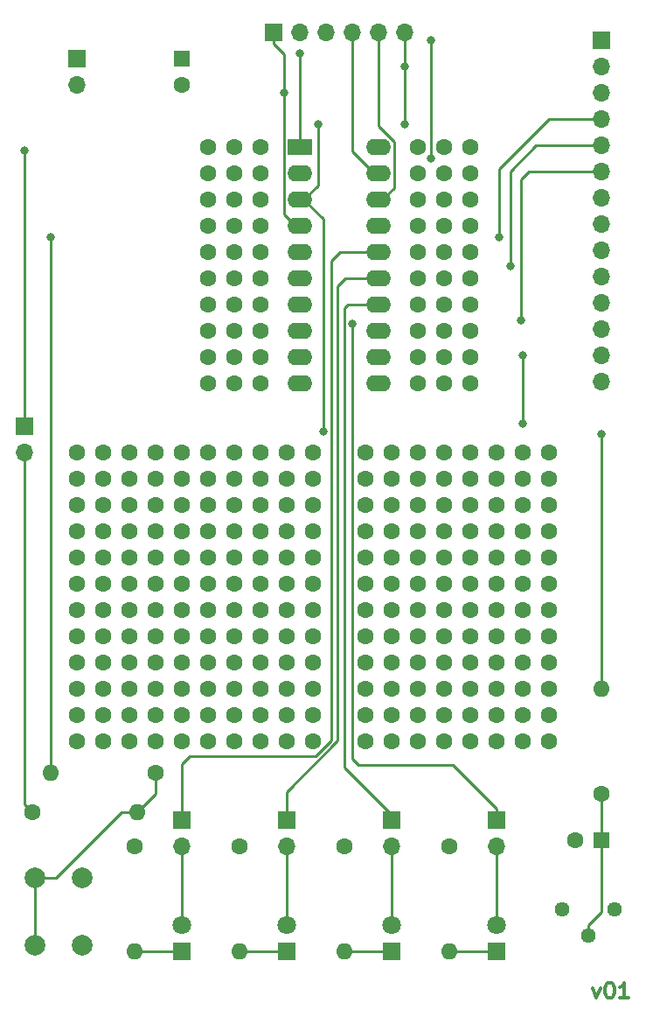
<source format=gbr>
G04 #@! TF.GenerationSoftware,KiCad,Pcbnew,(5.1.4)-1*
G04 #@! TF.CreationDate,2020-05-29T20:32:19+02:00*
G04 #@! TF.ProjectId,MicroChip PICKit 3 Demo Board,4d696372-6f43-4686-9970-205049434b69,v01*
G04 #@! TF.SameCoordinates,Original*
G04 #@! TF.FileFunction,Copper,L1,Top*
G04 #@! TF.FilePolarity,Positive*
%FSLAX46Y46*%
G04 Gerber Fmt 4.6, Leading zero omitted, Abs format (unit mm)*
G04 Created by KiCad (PCBNEW (5.1.4)-1) date 2020-05-29 20:32:19*
%MOMM*%
%LPD*%
G04 APERTURE LIST*
%ADD10C,0.300000*%
%ADD11O,1.600000X1.600000*%
%ADD12C,1.600000*%
%ADD13C,1.800000*%
%ADD14R,1.800000X1.800000*%
%ADD15R,1.600000X1.600000*%
%ADD16R,1.700000X1.700000*%
%ADD17O,1.700000X1.700000*%
%ADD18C,1.440000*%
%ADD19C,2.000000*%
%ADD20R,2.400000X1.600000*%
%ADD21O,2.400000X1.600000*%
%ADD22C,0.800000*%
%ADD23C,0.250000*%
G04 APERTURE END LIST*
D10*
X151594285Y-133028571D02*
X151951428Y-134028571D01*
X152308571Y-133028571D01*
X153165714Y-132528571D02*
X153308571Y-132528571D01*
X153451428Y-132600000D01*
X153522857Y-132671428D01*
X153594285Y-132814285D01*
X153665714Y-133100000D01*
X153665714Y-133457142D01*
X153594285Y-133742857D01*
X153522857Y-133885714D01*
X153451428Y-133957142D01*
X153308571Y-134028571D01*
X153165714Y-134028571D01*
X153022857Y-133957142D01*
X152951428Y-133885714D01*
X152880000Y-133742857D01*
X152808571Y-133457142D01*
X152808571Y-133100000D01*
X152880000Y-132814285D01*
X152951428Y-132671428D01*
X153022857Y-132600000D01*
X153165714Y-132528571D01*
X155094285Y-134028571D02*
X154237142Y-134028571D01*
X154665714Y-134028571D02*
X154665714Y-132528571D01*
X154522857Y-132742857D01*
X154380000Y-132885714D01*
X154237142Y-132957142D01*
D11*
X107188000Y-129540000D03*
D12*
X107188000Y-119380000D03*
D11*
X107442000Y-116078000D03*
D12*
X97282000Y-116078000D03*
D11*
X99060000Y-112268000D03*
D12*
X109220000Y-112268000D03*
D11*
X117348000Y-129540000D03*
D12*
X117348000Y-119380000D03*
D11*
X127508000Y-129540000D03*
D12*
X127508000Y-119380000D03*
D11*
X137668000Y-129540000D03*
D12*
X137668000Y-119380000D03*
D11*
X152400000Y-104140000D03*
D12*
X152400000Y-114300000D03*
D13*
X111760000Y-127000000D03*
D14*
X111760000Y-129540000D03*
D13*
X121920000Y-127000000D03*
D14*
X121920000Y-129540000D03*
D13*
X132080000Y-127000000D03*
D14*
X132080000Y-129540000D03*
D13*
X142240000Y-127000000D03*
D14*
X142240000Y-129540000D03*
D12*
X111760000Y-45680000D03*
D15*
X111760000Y-43180000D03*
D12*
X149900000Y-118745000D03*
D15*
X152400000Y-118745000D03*
D16*
X152400000Y-41402000D03*
D17*
X152400000Y-43942000D03*
X152400000Y-46482000D03*
X152400000Y-49022000D03*
X152400000Y-51562000D03*
X152400000Y-54102000D03*
X152400000Y-56642000D03*
X152400000Y-59182000D03*
X152400000Y-61722000D03*
X152400000Y-64262000D03*
X152400000Y-66802000D03*
X152400000Y-69342000D03*
X152400000Y-71882000D03*
X152400000Y-74422000D03*
D16*
X101600000Y-43180000D03*
D17*
X101600000Y-45720000D03*
X111760000Y-119380000D03*
D16*
X111760000Y-116840000D03*
X121920000Y-116840000D03*
D17*
X121920000Y-119380000D03*
X132080000Y-119380000D03*
D16*
X132080000Y-116840000D03*
X142240000Y-116840000D03*
D17*
X142240000Y-119380000D03*
X96520000Y-81280000D03*
D16*
X96520000Y-78740000D03*
X120650000Y-40640000D03*
D17*
X123190000Y-40640000D03*
X125730000Y-40640000D03*
X128270000Y-40640000D03*
X130810000Y-40640000D03*
X133350000Y-40640000D03*
D18*
X148590000Y-125476000D03*
X151130000Y-128016000D03*
X153670000Y-125476000D03*
D19*
X97608000Y-122428000D03*
X102108000Y-122428000D03*
X97608000Y-128928000D03*
X102108000Y-128928000D03*
D20*
X123190000Y-51689000D03*
D21*
X130810000Y-74549000D03*
X123190000Y-54229000D03*
X130810000Y-72009000D03*
X123190000Y-56769000D03*
X130810000Y-69469000D03*
X123190000Y-59309000D03*
X130810000Y-66929000D03*
X123190000Y-61849000D03*
X130810000Y-64389000D03*
X123190000Y-64389000D03*
X130810000Y-61849000D03*
X123190000Y-66929000D03*
X130810000Y-59309000D03*
X123190000Y-69469000D03*
X130810000Y-56769000D03*
X123190000Y-72009000D03*
X130810000Y-54229000D03*
X123190000Y-74549000D03*
X130810000Y-51689000D03*
D12*
X106680000Y-83820000D03*
X109220000Y-83820000D03*
X111760000Y-83820000D03*
X114300000Y-83820000D03*
X116840000Y-83820000D03*
X119380000Y-83820000D03*
X121920000Y-83820000D03*
X124460000Y-83820000D03*
X106680000Y-86360000D03*
X109220000Y-86360000D03*
X111760000Y-86360000D03*
X114300000Y-86360000D03*
X116840000Y-86360000D03*
X119380000Y-86360000D03*
X121920000Y-86360000D03*
X124460000Y-86360000D03*
X106680000Y-88900000D03*
X109220000Y-88900000D03*
X111760000Y-88900000D03*
X114300000Y-88900000D03*
X116840000Y-88900000D03*
X119380000Y-88900000D03*
X121920000Y-88900000D03*
X124460000Y-88900000D03*
X106680000Y-91440000D03*
X109220000Y-91440000D03*
X111760000Y-91440000D03*
X114300000Y-91440000D03*
X116840000Y-91440000D03*
X119380000Y-91440000D03*
X121920000Y-91440000D03*
X124460000Y-91440000D03*
X106680000Y-93980000D03*
X109220000Y-93980000D03*
X111760000Y-93980000D03*
X114300000Y-93980000D03*
X116840000Y-93980000D03*
X119380000Y-93980000D03*
X121920000Y-93980000D03*
X124460000Y-93980000D03*
X106680000Y-96520000D03*
X109220000Y-96520000D03*
X111760000Y-96520000D03*
X114300000Y-96520000D03*
X116840000Y-96520000D03*
X119380000Y-96520000D03*
X121920000Y-96520000D03*
X124460000Y-96520000D03*
X106680000Y-99060000D03*
X109220000Y-99060000D03*
X111760000Y-99060000D03*
X114300000Y-99060000D03*
X116840000Y-99060000D03*
X119380000Y-99060000D03*
X121920000Y-99060000D03*
X124460000Y-99060000D03*
X106680000Y-101600000D03*
X109220000Y-101600000D03*
X111760000Y-101600000D03*
X114300000Y-101600000D03*
X116840000Y-101600000D03*
X119380000Y-101600000D03*
X121920000Y-101600000D03*
X124460000Y-101600000D03*
X106680000Y-104140000D03*
X109220000Y-104140000D03*
X111760000Y-104140000D03*
X114300000Y-104140000D03*
X116840000Y-104140000D03*
X119380000Y-104140000D03*
X121920000Y-104140000D03*
X124460000Y-104140000D03*
X106680000Y-106680000D03*
X109220000Y-106680000D03*
X111760000Y-106680000D03*
X114300000Y-106680000D03*
X116840000Y-106680000D03*
X119380000Y-106680000D03*
X121920000Y-106680000D03*
X124460000Y-106680000D03*
X106680000Y-109220000D03*
X109220000Y-109220000D03*
X111760000Y-109220000D03*
X114300000Y-109220000D03*
X116840000Y-109220000D03*
X119380000Y-109220000D03*
X121920000Y-109220000D03*
X124460000Y-109220000D03*
X137160000Y-109220000D03*
X134620000Y-106680000D03*
X137160000Y-104140000D03*
X132080000Y-109220000D03*
X144780000Y-106680000D03*
X134620000Y-109220000D03*
X137160000Y-106680000D03*
X144780000Y-109220000D03*
X144780000Y-104140000D03*
X129540000Y-106680000D03*
X139700000Y-109220000D03*
X147320000Y-109220000D03*
X147320000Y-106680000D03*
X139700000Y-104140000D03*
X142240000Y-109220000D03*
X129540000Y-109220000D03*
X132080000Y-106680000D03*
X142240000Y-106680000D03*
X139700000Y-106680000D03*
X147320000Y-104140000D03*
X142240000Y-104140000D03*
X132080000Y-86360000D03*
X147320000Y-86360000D03*
X129540000Y-83820000D03*
X142240000Y-88900000D03*
X144780000Y-88900000D03*
X134620000Y-83820000D03*
X139700000Y-83820000D03*
X132080000Y-91440000D03*
X139700000Y-86360000D03*
X129540000Y-88900000D03*
X139700000Y-91440000D03*
X144780000Y-91440000D03*
X147320000Y-83820000D03*
X147320000Y-91440000D03*
X134620000Y-86360000D03*
X129540000Y-93980000D03*
X132080000Y-93980000D03*
X142240000Y-86360000D03*
X134620000Y-93980000D03*
X137160000Y-93980000D03*
X142240000Y-93980000D03*
X144780000Y-93980000D03*
X144780000Y-86360000D03*
X147320000Y-93980000D03*
X137160000Y-86360000D03*
X139700000Y-88900000D03*
X129540000Y-91440000D03*
X137160000Y-91440000D03*
X129540000Y-96520000D03*
X132080000Y-96520000D03*
X134620000Y-96520000D03*
X142240000Y-83820000D03*
X144780000Y-83820000D03*
X134620000Y-91440000D03*
X142240000Y-91440000D03*
X139700000Y-93980000D03*
X134620000Y-88900000D03*
X132080000Y-88900000D03*
X137160000Y-88900000D03*
X147320000Y-88900000D03*
X132080000Y-83820000D03*
X137160000Y-83820000D03*
X129540000Y-86360000D03*
X144780000Y-99060000D03*
X129540000Y-101600000D03*
X132080000Y-101600000D03*
X142240000Y-101600000D03*
X147320000Y-99060000D03*
X144780000Y-101600000D03*
X147320000Y-101600000D03*
X132080000Y-104140000D03*
X137160000Y-101600000D03*
X142240000Y-96520000D03*
X134620000Y-104140000D03*
X134620000Y-101600000D03*
X129540000Y-104140000D03*
X129540000Y-99060000D03*
X139700000Y-101600000D03*
X144780000Y-96520000D03*
X132080000Y-99060000D03*
X134620000Y-99060000D03*
X137160000Y-99060000D03*
X139700000Y-99060000D03*
X137160000Y-96520000D03*
X139700000Y-96520000D03*
X147320000Y-96520000D03*
X142240000Y-99060000D03*
X104140000Y-106680000D03*
X104140000Y-109220000D03*
X104140000Y-83820000D03*
X104140000Y-88900000D03*
X104140000Y-93980000D03*
X104140000Y-91440000D03*
X104140000Y-96520000D03*
X104140000Y-86360000D03*
X104140000Y-101600000D03*
X104140000Y-104140000D03*
X104140000Y-99060000D03*
X101600000Y-106680000D03*
X101600000Y-109220000D03*
X101600000Y-83820000D03*
X101600000Y-88900000D03*
X101600000Y-93980000D03*
X101600000Y-91440000D03*
X101600000Y-96520000D03*
X101600000Y-86360000D03*
X101600000Y-101600000D03*
X101600000Y-104140000D03*
X101600000Y-99060000D03*
X129540000Y-81280000D03*
X132080000Y-81280000D03*
X134620000Y-81280000D03*
X137160000Y-81280000D03*
X139700000Y-81280000D03*
X142240000Y-81280000D03*
X144780000Y-81280000D03*
X147320000Y-81280000D03*
X137160000Y-51689000D03*
X139700000Y-51689000D03*
X134620000Y-51689000D03*
X114300000Y-51689000D03*
X119380000Y-51689000D03*
X116840000Y-51689000D03*
X124460000Y-81280000D03*
X121920000Y-81280000D03*
X119380000Y-81280000D03*
X116840000Y-81280000D03*
X114300000Y-81280000D03*
X111760000Y-81280000D03*
X109220000Y-81280000D03*
X106680000Y-81280000D03*
X104140000Y-81280000D03*
X101600000Y-81280000D03*
D22*
X123190000Y-42672000D03*
X96520000Y-52070000D03*
X144780000Y-71882000D03*
X144780000Y-78486000D03*
D12*
X116840000Y-54229000D03*
X114300000Y-54229000D03*
X119380000Y-54229000D03*
D22*
X135890000Y-41402000D03*
X135890000Y-52832000D03*
D12*
X114300000Y-56769000D03*
X116840000Y-56769000D03*
X119380000Y-56769000D03*
D22*
X133350000Y-49530000D03*
X124968000Y-49530000D03*
X133350000Y-43942000D03*
X125476000Y-79248000D03*
X152400000Y-79502000D03*
D12*
X119380000Y-59309000D03*
X114300000Y-59309000D03*
X116840000Y-59309000D03*
D22*
X121664990Y-46483010D03*
D12*
X119380000Y-61849000D03*
X116840000Y-61849000D03*
X114300000Y-61849000D03*
D22*
X142494000Y-60452000D03*
D12*
X114300000Y-64389000D03*
X116840000Y-64389000D03*
X119380000Y-64389000D03*
D22*
X143637000Y-63246000D03*
D12*
X116840000Y-66929000D03*
X114300000Y-66929000D03*
X119380000Y-66929000D03*
D22*
X128270000Y-68834000D03*
X144653000Y-68453000D03*
D12*
X139700000Y-54229000D03*
X137160000Y-54229000D03*
X134620000Y-54229000D03*
X134620000Y-56769000D03*
X139700000Y-56769000D03*
X137160000Y-56769000D03*
X139700000Y-59309000D03*
X137160000Y-59309000D03*
X134620000Y-59309000D03*
D22*
X99060000Y-60452000D03*
D12*
X134620000Y-61849000D03*
X137160000Y-61849000D03*
X139700000Y-61849000D03*
X134620000Y-64389000D03*
X139700000Y-64389000D03*
X137160000Y-64389000D03*
X134620000Y-66929000D03*
X137160000Y-66929000D03*
X139700000Y-66929000D03*
X134620000Y-74549000D03*
X137160000Y-74549000D03*
X139700000Y-74549000D03*
X134620000Y-72009000D03*
X139700000Y-72009000D03*
X137160000Y-72009000D03*
X139700000Y-69469000D03*
X134620000Y-69469000D03*
X137160000Y-69469000D03*
X119380000Y-69469000D03*
X114300000Y-69469000D03*
X116840000Y-69469000D03*
X116840000Y-72009000D03*
X114300000Y-72009000D03*
X119380000Y-72009000D03*
X119380000Y-74549000D03*
X114300000Y-74549000D03*
X116840000Y-74549000D03*
D23*
X123190000Y-51689000D02*
X123190000Y-42672000D01*
X144780000Y-71882000D02*
X144780000Y-78486000D01*
X96520000Y-52070000D02*
X96520000Y-78740000D01*
X151130000Y-126997767D02*
X151130000Y-128016000D01*
X152400000Y-114300000D02*
X152400000Y-118745000D01*
X152400000Y-125727767D02*
X151130000Y-126997767D01*
X152400000Y-118745000D02*
X152400000Y-125727767D01*
X107188000Y-129540000D02*
X111760000Y-129540000D01*
X111760000Y-120582081D02*
X111760000Y-127000000D01*
X111760000Y-119380000D02*
X111760000Y-120582081D01*
X121920000Y-120582081D02*
X121920000Y-127000000D01*
X121920000Y-119380000D02*
X121920000Y-120582081D01*
X118479370Y-129540000D02*
X121920000Y-129540000D01*
X117348000Y-129540000D02*
X118479370Y-129540000D01*
X127508000Y-129540000D02*
X132080000Y-129540000D01*
X132080000Y-119380000D02*
X132080000Y-127000000D01*
X142240000Y-119380000D02*
X142240000Y-127000000D01*
X137668000Y-129540000D02*
X142240000Y-129540000D01*
X135890000Y-41402000D02*
X135890000Y-52832000D01*
X123590000Y-56769000D02*
X123190000Y-56769000D01*
X124968000Y-55391000D02*
X123590000Y-56769000D01*
X124968000Y-49530000D02*
X124968000Y-55391000D01*
X133350000Y-40640000D02*
X133350000Y-43942000D01*
X133350000Y-43942000D02*
X133350000Y-49530000D01*
X123590000Y-56769000D02*
X125476000Y-58655000D01*
X125476000Y-58655000D02*
X125476000Y-79248000D01*
X152400000Y-79502000D02*
X152400000Y-104140000D01*
X122790000Y-59309000D02*
X123190000Y-59309000D01*
X121664990Y-58183990D02*
X122790000Y-59309000D01*
X120650000Y-41740000D02*
X121664990Y-42754990D01*
X120650000Y-40640000D02*
X120650000Y-41740000D01*
X121664990Y-42754990D02*
X121664990Y-46483010D01*
X121664990Y-46483010D02*
X121664990Y-58183990D01*
X147320000Y-49022000D02*
X152400000Y-49022000D01*
X142494000Y-60452000D02*
X142494000Y-53848000D01*
X142494000Y-53848000D02*
X147320000Y-49022000D01*
X146117919Y-51562000D02*
X152400000Y-51562000D01*
X143637000Y-63246000D02*
X143637000Y-54042919D01*
X143637000Y-54042919D02*
X146117919Y-51562000D01*
X142240000Y-115740000D02*
X139700000Y-113200000D01*
X142240000Y-116840000D02*
X142240000Y-115740000D01*
X139700000Y-113200000D02*
X138006000Y-111506000D01*
X138006000Y-111506000D02*
X128905000Y-111506000D01*
X128905000Y-111506000D02*
X128270000Y-110871000D01*
X128270000Y-110871000D02*
X128270000Y-68834000D01*
X145415000Y-54102000D02*
X152400000Y-54102000D01*
X144653000Y-68453000D02*
X144653000Y-54864000D01*
X144653000Y-54864000D02*
X145415000Y-54102000D01*
X130410000Y-54229000D02*
X130810000Y-54229000D01*
X128270000Y-52089000D02*
X130410000Y-54229000D01*
X128270000Y-40640000D02*
X128270000Y-52089000D01*
X131210000Y-56769000D02*
X130810000Y-56769000D01*
X132335010Y-55643990D02*
X131210000Y-56769000D01*
X132335010Y-51223006D02*
X132335010Y-55643990D01*
X130810000Y-49697996D02*
X132335010Y-51223006D01*
X130810000Y-40640000D02*
X130810000Y-49697996D01*
X99060000Y-112268000D02*
X99060000Y-60452000D01*
X127127000Y-61849000D02*
X130810000Y-61849000D01*
X111760000Y-111379000D02*
X112522000Y-110617000D01*
X111760000Y-116840000D02*
X111760000Y-111379000D01*
X112522000Y-110617000D02*
X124728002Y-110617000D01*
X124728002Y-110617000D02*
X126238000Y-109107002D01*
X126238000Y-109107002D02*
X126238000Y-62738000D01*
X126238000Y-62738000D02*
X127127000Y-61849000D01*
X127635000Y-64389000D02*
X130810000Y-64389000D01*
X126873000Y-65151000D02*
X127635000Y-64389000D01*
X126873000Y-109108412D02*
X126873000Y-65151000D01*
X121920000Y-116840000D02*
X121920000Y-114061412D01*
X121920000Y-114061412D02*
X126873000Y-109108412D01*
X127889000Y-66929000D02*
X130810000Y-66929000D01*
X127508000Y-67310000D02*
X127889000Y-66929000D01*
X127508000Y-111760000D02*
X127508000Y-67310000D01*
X132080000Y-116840000D02*
X132080000Y-116332000D01*
X132080000Y-116332000D02*
X127508000Y-111760000D01*
X96520000Y-115316000D02*
X97282000Y-116078000D01*
X96520000Y-81280000D02*
X96520000Y-115316000D01*
X97608000Y-127513787D02*
X97608000Y-122428000D01*
X97608000Y-128928000D02*
X97608000Y-127513787D01*
X98044000Y-122428000D02*
X97608000Y-122428000D01*
X109220000Y-114300000D02*
X109220000Y-112268000D01*
X107442000Y-116078000D02*
X109220000Y-114300000D01*
X99568000Y-122428000D02*
X97608000Y-122428000D01*
X107442000Y-116078000D02*
X105918000Y-116078000D01*
X105918000Y-116078000D02*
X99568000Y-122428000D01*
M02*

</source>
